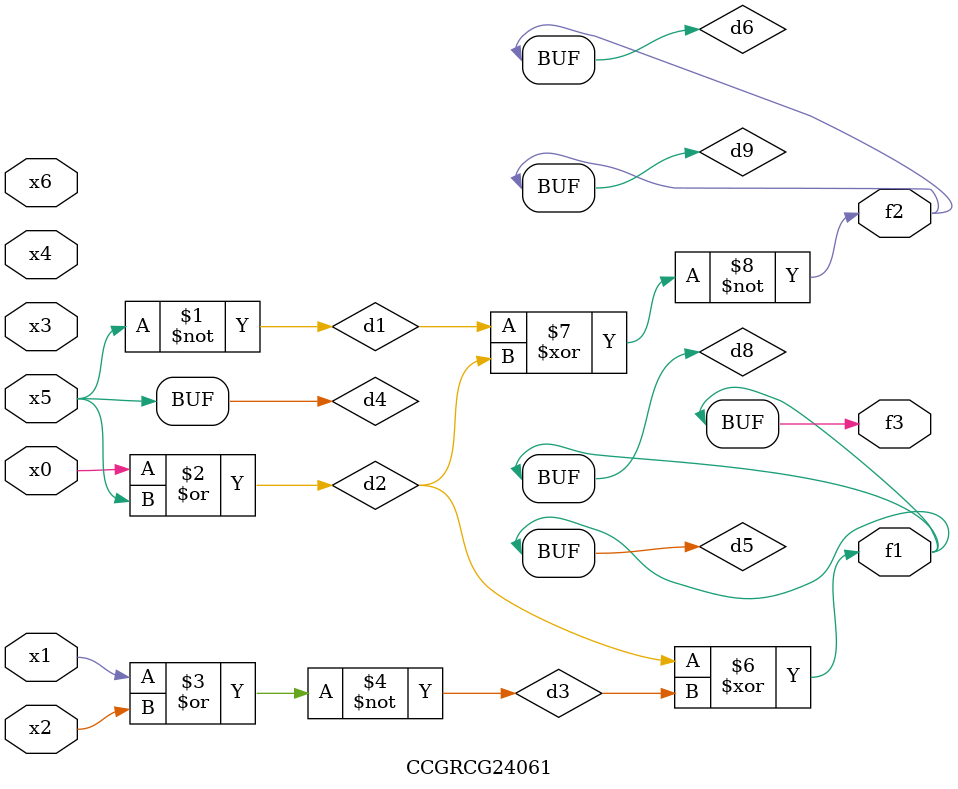
<source format=v>
module CCGRCG24061(
	input x0, x1, x2, x3, x4, x5, x6,
	output f1, f2, f3
);

	wire d1, d2, d3, d4, d5, d6, d7, d8, d9;

	nand (d1, x5);
	or (d2, x0, x5);
	nor (d3, x1, x2);
	xnor (d4, d1);
	xor (d5, d2, d3);
	xnor (d6, d1, d2);
	not (d7, x4);
	buf (d8, d5);
	xor (d9, d6);
	assign f1 = d8;
	assign f2 = d9;
	assign f3 = d8;
endmodule

</source>
